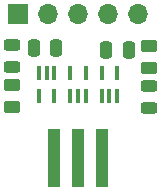
<source format=gbr>
%TF.GenerationSoftware,KiCad,Pcbnew,8.99.0-unknown-079855af18~181~ubuntu22.04.1*%
%TF.CreationDate,2024-11-15T17:57:23-08:00*%
%TF.ProjectId,gb_video_breakout,67625f76-6964-4656-9f5f-627265616b6f,rev?*%
%TF.SameCoordinates,Original*%
%TF.FileFunction,Soldermask,Top*%
%TF.FilePolarity,Negative*%
%FSLAX46Y46*%
G04 Gerber Fmt 4.6, Leading zero omitted, Abs format (unit mm)*
G04 Created by KiCad (PCBNEW 8.99.0-unknown-079855af18~181~ubuntu22.04.1) date 2024-11-15 17:57:23*
%MOMM*%
%LPD*%
G01*
G04 APERTURE LIST*
G04 Aperture macros list*
%AMRoundRect*
0 Rectangle with rounded corners*
0 $1 Rounding radius*
0 $2 $3 $4 $5 $6 $7 $8 $9 X,Y pos of 4 corners*
0 Add a 4 corners polygon primitive as box body*
4,1,4,$2,$3,$4,$5,$6,$7,$8,$9,$2,$3,0*
0 Add four circle primitives for the rounded corners*
1,1,$1+$1,$2,$3*
1,1,$1+$1,$4,$5*
1,1,$1+$1,$6,$7*
1,1,$1+$1,$8,$9*
0 Add four rect primitives between the rounded corners*
20,1,$1+$1,$2,$3,$4,$5,0*
20,1,$1+$1,$4,$5,$6,$7,0*
20,1,$1+$1,$6,$7,$8,$9,0*
20,1,$1+$1,$8,$9,$2,$3,0*%
G04 Aperture macros list end*
%ADD10R,0.400000X1.200000*%
%ADD11RoundRect,0.250000X-0.250000X-0.475000X0.250000X-0.475000X0.250000X0.475000X-0.250000X0.475000X0*%
%ADD12RoundRect,0.250000X0.250000X0.475000X-0.250000X0.475000X-0.250000X-0.475000X0.250000X-0.475000X0*%
%ADD13R,1.700000X1.700000*%
%ADD14O,1.700000X1.700000*%
%ADD15RoundRect,0.250000X-0.450000X0.262500X-0.450000X-0.262500X0.450000X-0.262500X0.450000X0.262500X0*%
%ADD16R,1.000000X5.000000*%
%ADD17RoundRect,0.243750X-0.456250X0.243750X-0.456250X-0.243750X0.456250X-0.243750X0.456250X0.243750X0*%
%ADD18RoundRect,0.250000X0.450000X-0.262500X0.450000X0.262500X-0.450000X0.262500X-0.450000X-0.262500X0*%
%ADD19RoundRect,0.243750X0.456250X-0.243750X0.456250X0.243750X-0.456250X0.243750X-0.456250X-0.243750X0*%
G04 APERTURE END LIST*
D10*
%TO.C,U3*%
X146500000Y-88750000D03*
X147150000Y-88750000D03*
X147800000Y-88750000D03*
X147800000Y-86850000D03*
X146500000Y-86850000D03*
%TD*%
%TO.C,U2*%
X143850000Y-88750000D03*
X144500000Y-88750000D03*
X145150000Y-88750000D03*
X145150000Y-86850000D03*
X143850000Y-86850000D03*
%TD*%
%TO.C,U1*%
X142500000Y-86850000D03*
X141850000Y-86850000D03*
X141200000Y-86850000D03*
X141200000Y-88750000D03*
X142500000Y-88750000D03*
%TD*%
D11*
%TO.C,C2*%
X140750000Y-84700000D03*
X142650000Y-84700000D03*
%TD*%
D12*
%TO.C,C1*%
X148800000Y-84900000D03*
X146900000Y-84900000D03*
%TD*%
D13*
%TO.C,J1*%
X139425000Y-81850000D03*
D14*
X141965000Y-81850000D03*
X144505000Y-81850000D03*
X147045000Y-81850000D03*
X149585000Y-81850000D03*
%TD*%
D15*
%TO.C,R4*%
X138925000Y-87850000D03*
X138925000Y-89675000D03*
%TD*%
D16*
%TO.C,GB1*%
X142500000Y-94000000D03*
X144500000Y-94000000D03*
X146500000Y-94000000D03*
%TD*%
D17*
%TO.C,D1*%
X150500000Y-87887500D03*
X150500000Y-89762500D03*
%TD*%
D18*
%TO.C,R3*%
X150500000Y-86362500D03*
X150500000Y-84537500D03*
%TD*%
D19*
%TO.C,D2*%
X138925000Y-86337500D03*
X138925000Y-84462500D03*
%TD*%
M02*

</source>
